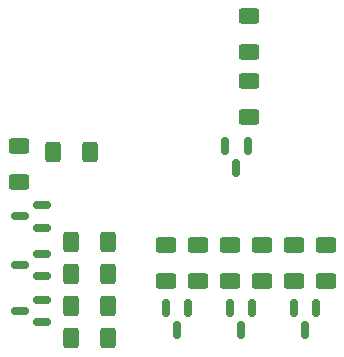
<source format=gbp>
G04 #@! TF.GenerationSoftware,KiCad,Pcbnew,8.0.5-8.0.5-0~ubuntu24.04.1*
G04 #@! TF.CreationDate,2024-09-30T22:34:35+02:00*
G04 #@! TF.ProjectId,ESP32-C3_LED_driver_PCB,45535033-322d-4433-935f-4c45445f6472,v1.0*
G04 #@! TF.SameCoordinates,Original*
G04 #@! TF.FileFunction,Paste,Bot*
G04 #@! TF.FilePolarity,Positive*
%FSLAX46Y46*%
G04 Gerber Fmt 4.6, Leading zero omitted, Abs format (unit mm)*
G04 Created by KiCad (PCBNEW 8.0.5-8.0.5-0~ubuntu24.04.1) date 2024-09-30 22:34:35*
%MOMM*%
%LPD*%
G01*
G04 APERTURE LIST*
G04 Aperture macros list*
%AMRoundRect*
0 Rectangle with rounded corners*
0 $1 Rounding radius*
0 $2 $3 $4 $5 $6 $7 $8 $9 X,Y pos of 4 corners*
0 Add a 4 corners polygon primitive as box body*
4,1,4,$2,$3,$4,$5,$6,$7,$8,$9,$2,$3,0*
0 Add four circle primitives for the rounded corners*
1,1,$1+$1,$2,$3*
1,1,$1+$1,$4,$5*
1,1,$1+$1,$6,$7*
1,1,$1+$1,$8,$9*
0 Add four rect primitives between the rounded corners*
20,1,$1+$1,$2,$3,$4,$5,0*
20,1,$1+$1,$4,$5,$6,$7,0*
20,1,$1+$1,$6,$7,$8,$9,0*
20,1,$1+$1,$8,$9,$2,$3,0*%
G04 Aperture macros list end*
%ADD10RoundRect,0.250000X-0.625000X0.400000X-0.625000X-0.400000X0.625000X-0.400000X0.625000X0.400000X0*%
%ADD11RoundRect,0.250000X0.625000X-0.400000X0.625000X0.400000X-0.625000X0.400000X-0.625000X-0.400000X0*%
%ADD12RoundRect,0.150000X-0.150000X0.587500X-0.150000X-0.587500X0.150000X-0.587500X0.150000X0.587500X0*%
%ADD13RoundRect,0.250000X0.400000X0.625000X-0.400000X0.625000X-0.400000X-0.625000X0.400000X-0.625000X0*%
%ADD14RoundRect,0.250000X-0.400000X-0.625000X0.400000X-0.625000X0.400000X0.625000X-0.400000X0.625000X0*%
%ADD15RoundRect,0.150000X0.587500X0.150000X-0.587500X0.150000X-0.587500X-0.150000X0.587500X-0.150000X0*%
G04 APERTURE END LIST*
D10*
X149000000Y-90950000D03*
X149000000Y-94050000D03*
D11*
X149000000Y-88550000D03*
X149000000Y-85450000D03*
D12*
X147000000Y-96500000D03*
X148900000Y-96500000D03*
X147950000Y-98375000D03*
D10*
X144700000Y-107950000D03*
X144700000Y-104850000D03*
D13*
X137050000Y-112750000D03*
X133950000Y-112750000D03*
D12*
X153750000Y-112100000D03*
X154700000Y-110225000D03*
X152800000Y-110225000D03*
X141950000Y-110225000D03*
X143850000Y-110225000D03*
X142900000Y-112100000D03*
D10*
X141950000Y-104850000D03*
X141950000Y-107950000D03*
D14*
X132450000Y-97000000D03*
X135550000Y-97000000D03*
D10*
X155500000Y-107950000D03*
X155500000Y-104850000D03*
D15*
X129625000Y-102450000D03*
X131500000Y-103400000D03*
X131500000Y-101500000D03*
D13*
X137050000Y-110050000D03*
X133950000Y-110050000D03*
D15*
X131500000Y-109500000D03*
X131500000Y-111400000D03*
X129625000Y-110450000D03*
D13*
X133950000Y-107350000D03*
X137050000Y-107350000D03*
D10*
X150100000Y-104850000D03*
X150100000Y-107950000D03*
D15*
X131500000Y-105600000D03*
X131500000Y-107500000D03*
X129625000Y-106550000D03*
D13*
X133950000Y-104650000D03*
X137050000Y-104650000D03*
D10*
X147400000Y-104850000D03*
X147400000Y-107950000D03*
X152800000Y-104850000D03*
X152800000Y-107950000D03*
D12*
X147400000Y-110175000D03*
X149300000Y-110175000D03*
X148350000Y-112050000D03*
D10*
X129500000Y-96450000D03*
X129500000Y-99550000D03*
M02*

</source>
